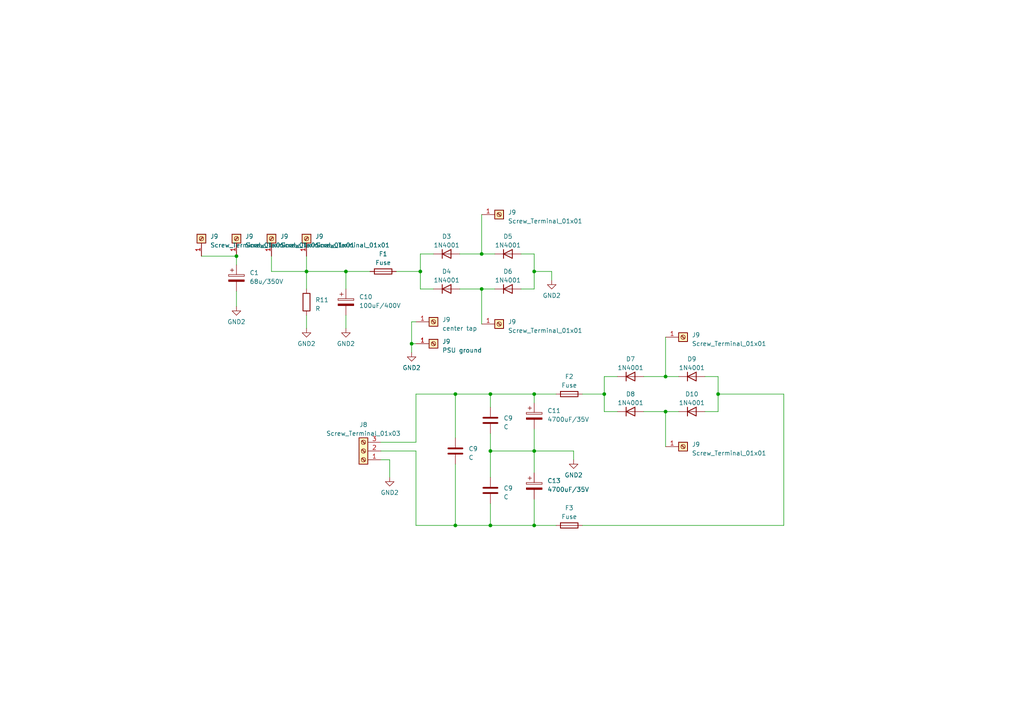
<source format=kicad_sch>
(kicad_sch (version 20230121) (generator eeschema)

  (uuid 3af10b3f-7e4b-4ab1-a6d2-7f7e02032564)

  (paper "A4")

  (lib_symbols
    (symbol "Connector:Screw_Terminal_01x01" (pin_names (offset 1.016) hide) (in_bom yes) (on_board yes)
      (property "Reference" "J" (at 0 2.54 0)
        (effects (font (size 1.27 1.27)))
      )
      (property "Value" "Screw_Terminal_01x01" (at 0 -2.54 0)
        (effects (font (size 1.27 1.27)))
      )
      (property "Footprint" "" (at 0 0 0)
        (effects (font (size 1.27 1.27)) hide)
      )
      (property "Datasheet" "~" (at 0 0 0)
        (effects (font (size 1.27 1.27)) hide)
      )
      (property "ki_keywords" "screw terminal" (at 0 0 0)
        (effects (font (size 1.27 1.27)) hide)
      )
      (property "ki_description" "Generic screw terminal, single row, 01x01, script generated (kicad-library-utils/schlib/autogen/connector/)" (at 0 0 0)
        (effects (font (size 1.27 1.27)) hide)
      )
      (property "ki_fp_filters" "TerminalBlock*:*" (at 0 0 0)
        (effects (font (size 1.27 1.27)) hide)
      )
      (symbol "Screw_Terminal_01x01_1_1"
        (rectangle (start -1.27 1.27) (end 1.27 -1.27)
          (stroke (width 0.254) (type default))
          (fill (type background))
        )
        (polyline
          (pts
            (xy -0.5334 0.3302)
            (xy 0.3302 -0.508)
          )
          (stroke (width 0.1524) (type default))
          (fill (type none))
        )
        (polyline
          (pts
            (xy -0.3556 0.508)
            (xy 0.508 -0.3302)
          )
          (stroke (width 0.1524) (type default))
          (fill (type none))
        )
        (circle (center 0 0) (radius 0.635)
          (stroke (width 0.1524) (type default))
          (fill (type none))
        )
        (pin passive line (at -5.08 0 0) (length 3.81)
          (name "Pin_1" (effects (font (size 1.27 1.27))))
          (number "1" (effects (font (size 1.27 1.27))))
        )
      )
    )
    (symbol "Connector:Screw_Terminal_01x03" (pin_names (offset 1.016) hide) (in_bom yes) (on_board yes)
      (property "Reference" "J" (at 0 5.08 0)
        (effects (font (size 1.27 1.27)))
      )
      (property "Value" "Screw_Terminal_01x03" (at 0 -5.08 0)
        (effects (font (size 1.27 1.27)))
      )
      (property "Footprint" "" (at 0 0 0)
        (effects (font (size 1.27 1.27)) hide)
      )
      (property "Datasheet" "~" (at 0 0 0)
        (effects (font (size 1.27 1.27)) hide)
      )
      (property "ki_keywords" "screw terminal" (at 0 0 0)
        (effects (font (size 1.27 1.27)) hide)
      )
      (property "ki_description" "Generic screw terminal, single row, 01x03, script generated (kicad-library-utils/schlib/autogen/connector/)" (at 0 0 0)
        (effects (font (size 1.27 1.27)) hide)
      )
      (property "ki_fp_filters" "TerminalBlock*:*" (at 0 0 0)
        (effects (font (size 1.27 1.27)) hide)
      )
      (symbol "Screw_Terminal_01x03_1_1"
        (rectangle (start -1.27 3.81) (end 1.27 -3.81)
          (stroke (width 0.254) (type default))
          (fill (type background))
        )
        (circle (center 0 -2.54) (radius 0.635)
          (stroke (width 0.1524) (type default))
          (fill (type none))
        )
        (polyline
          (pts
            (xy -0.5334 -2.2098)
            (xy 0.3302 -3.048)
          )
          (stroke (width 0.1524) (type default))
          (fill (type none))
        )
        (polyline
          (pts
            (xy -0.5334 0.3302)
            (xy 0.3302 -0.508)
          )
          (stroke (width 0.1524) (type default))
          (fill (type none))
        )
        (polyline
          (pts
            (xy -0.5334 2.8702)
            (xy 0.3302 2.032)
          )
          (stroke (width 0.1524) (type default))
          (fill (type none))
        )
        (polyline
          (pts
            (xy -0.3556 -2.032)
            (xy 0.508 -2.8702)
          )
          (stroke (width 0.1524) (type default))
          (fill (type none))
        )
        (polyline
          (pts
            (xy -0.3556 0.508)
            (xy 0.508 -0.3302)
          )
          (stroke (width 0.1524) (type default))
          (fill (type none))
        )
        (polyline
          (pts
            (xy -0.3556 3.048)
            (xy 0.508 2.2098)
          )
          (stroke (width 0.1524) (type default))
          (fill (type none))
        )
        (circle (center 0 0) (radius 0.635)
          (stroke (width 0.1524) (type default))
          (fill (type none))
        )
        (circle (center 0 2.54) (radius 0.635)
          (stroke (width 0.1524) (type default))
          (fill (type none))
        )
        (pin passive line (at -5.08 2.54 0) (length 3.81)
          (name "Pin_1" (effects (font (size 1.27 1.27))))
          (number "1" (effects (font (size 1.27 1.27))))
        )
        (pin passive line (at -5.08 0 0) (length 3.81)
          (name "Pin_2" (effects (font (size 1.27 1.27))))
          (number "2" (effects (font (size 1.27 1.27))))
        )
        (pin passive line (at -5.08 -2.54 0) (length 3.81)
          (name "Pin_3" (effects (font (size 1.27 1.27))))
          (number "3" (effects (font (size 1.27 1.27))))
        )
      )
    )
    (symbol "Device:C" (pin_numbers hide) (pin_names (offset 0.254)) (in_bom yes) (on_board yes)
      (property "Reference" "C" (at 0.635 2.54 0)
        (effects (font (size 1.27 1.27)) (justify left))
      )
      (property "Value" "C" (at 0.635 -2.54 0)
        (effects (font (size 1.27 1.27)) (justify left))
      )
      (property "Footprint" "" (at 0.9652 -3.81 0)
        (effects (font (size 1.27 1.27)) hide)
      )
      (property "Datasheet" "~" (at 0 0 0)
        (effects (font (size 1.27 1.27)) hide)
      )
      (property "ki_keywords" "cap capacitor" (at 0 0 0)
        (effects (font (size 1.27 1.27)) hide)
      )
      (property "ki_description" "Unpolarized capacitor" (at 0 0 0)
        (effects (font (size 1.27 1.27)) hide)
      )
      (property "ki_fp_filters" "C_*" (at 0 0 0)
        (effects (font (size 1.27 1.27)) hide)
      )
      (symbol "C_0_1"
        (polyline
          (pts
            (xy -2.032 -0.762)
            (xy 2.032 -0.762)
          )
          (stroke (width 0.508) (type default))
          (fill (type none))
        )
        (polyline
          (pts
            (xy -2.032 0.762)
            (xy 2.032 0.762)
          )
          (stroke (width 0.508) (type default))
          (fill (type none))
        )
      )
      (symbol "C_1_1"
        (pin passive line (at 0 3.81 270) (length 2.794)
          (name "~" (effects (font (size 1.27 1.27))))
          (number "1" (effects (font (size 1.27 1.27))))
        )
        (pin passive line (at 0 -3.81 90) (length 2.794)
          (name "~" (effects (font (size 1.27 1.27))))
          (number "2" (effects (font (size 1.27 1.27))))
        )
      )
    )
    (symbol "Device:C_Polarized" (pin_numbers hide) (pin_names (offset 0.254)) (in_bom yes) (on_board yes)
      (property "Reference" "C" (at 0.635 2.54 0)
        (effects (font (size 1.27 1.27)) (justify left))
      )
      (property "Value" "C_Polarized" (at 0.635 -2.54 0)
        (effects (font (size 1.27 1.27)) (justify left))
      )
      (property "Footprint" "" (at 0.9652 -3.81 0)
        (effects (font (size 1.27 1.27)) hide)
      )
      (property "Datasheet" "~" (at 0 0 0)
        (effects (font (size 1.27 1.27)) hide)
      )
      (property "ki_keywords" "cap capacitor" (at 0 0 0)
        (effects (font (size 1.27 1.27)) hide)
      )
      (property "ki_description" "Polarized capacitor" (at 0 0 0)
        (effects (font (size 1.27 1.27)) hide)
      )
      (property "ki_fp_filters" "CP_*" (at 0 0 0)
        (effects (font (size 1.27 1.27)) hide)
      )
      (symbol "C_Polarized_0_1"
        (rectangle (start -2.286 0.508) (end 2.286 1.016)
          (stroke (width 0) (type default))
          (fill (type none))
        )
        (polyline
          (pts
            (xy -1.778 2.286)
            (xy -0.762 2.286)
          )
          (stroke (width 0) (type default))
          (fill (type none))
        )
        (polyline
          (pts
            (xy -1.27 2.794)
            (xy -1.27 1.778)
          )
          (stroke (width 0) (type default))
          (fill (type none))
        )
        (rectangle (start 2.286 -0.508) (end -2.286 -1.016)
          (stroke (width 0) (type default))
          (fill (type outline))
        )
      )
      (symbol "C_Polarized_1_1"
        (pin passive line (at 0 3.81 270) (length 2.794)
          (name "~" (effects (font (size 1.27 1.27))))
          (number "1" (effects (font (size 1.27 1.27))))
        )
        (pin passive line (at 0 -3.81 90) (length 2.794)
          (name "~" (effects (font (size 1.27 1.27))))
          (number "2" (effects (font (size 1.27 1.27))))
        )
      )
    )
    (symbol "Device:Fuse" (pin_numbers hide) (pin_names (offset 0)) (in_bom yes) (on_board yes)
      (property "Reference" "F" (at 2.032 0 90)
        (effects (font (size 1.27 1.27)))
      )
      (property "Value" "Fuse" (at -1.905 0 90)
        (effects (font (size 1.27 1.27)))
      )
      (property "Footprint" "" (at -1.778 0 90)
        (effects (font (size 1.27 1.27)) hide)
      )
      (property "Datasheet" "~" (at 0 0 0)
        (effects (font (size 1.27 1.27)) hide)
      )
      (property "ki_keywords" "fuse" (at 0 0 0)
        (effects (font (size 1.27 1.27)) hide)
      )
      (property "ki_description" "Fuse" (at 0 0 0)
        (effects (font (size 1.27 1.27)) hide)
      )
      (property "ki_fp_filters" "*Fuse*" (at 0 0 0)
        (effects (font (size 1.27 1.27)) hide)
      )
      (symbol "Fuse_0_1"
        (rectangle (start -0.762 -2.54) (end 0.762 2.54)
          (stroke (width 0.254) (type default))
          (fill (type none))
        )
        (polyline
          (pts
            (xy 0 2.54)
            (xy 0 -2.54)
          )
          (stroke (width 0) (type default))
          (fill (type none))
        )
      )
      (symbol "Fuse_1_1"
        (pin passive line (at 0 3.81 270) (length 1.27)
          (name "~" (effects (font (size 1.27 1.27))))
          (number "1" (effects (font (size 1.27 1.27))))
        )
        (pin passive line (at 0 -3.81 90) (length 1.27)
          (name "~" (effects (font (size 1.27 1.27))))
          (number "2" (effects (font (size 1.27 1.27))))
        )
      )
    )
    (symbol "Device:R" (pin_numbers hide) (pin_names (offset 0)) (in_bom yes) (on_board yes)
      (property "Reference" "R" (at 2.032 0 90)
        (effects (font (size 1.27 1.27)))
      )
      (property "Value" "R" (at 0 0 90)
        (effects (font (size 1.27 1.27)))
      )
      (property "Footprint" "" (at -1.778 0 90)
        (effects (font (size 1.27 1.27)) hide)
      )
      (property "Datasheet" "~" (at 0 0 0)
        (effects (font (size 1.27 1.27)) hide)
      )
      (property "ki_keywords" "R res resistor" (at 0 0 0)
        (effects (font (size 1.27 1.27)) hide)
      )
      (property "ki_description" "Resistor" (at 0 0 0)
        (effects (font (size 1.27 1.27)) hide)
      )
      (property "ki_fp_filters" "R_*" (at 0 0 0)
        (effects (font (size 1.27 1.27)) hide)
      )
      (symbol "R_0_1"
        (rectangle (start -1.016 -2.54) (end 1.016 2.54)
          (stroke (width 0.254) (type default))
          (fill (type none))
        )
      )
      (symbol "R_1_1"
        (pin passive line (at 0 3.81 270) (length 1.27)
          (name "~" (effects (font (size 1.27 1.27))))
          (number "1" (effects (font (size 1.27 1.27))))
        )
        (pin passive line (at 0 -3.81 90) (length 1.27)
          (name "~" (effects (font (size 1.27 1.27))))
          (number "2" (effects (font (size 1.27 1.27))))
        )
      )
    )
    (symbol "Diode:1N4001" (pin_numbers hide) (pin_names hide) (in_bom yes) (on_board yes)
      (property "Reference" "D" (at 0 2.54 0)
        (effects (font (size 1.27 1.27)))
      )
      (property "Value" "1N4001" (at 0 -2.54 0)
        (effects (font (size 1.27 1.27)))
      )
      (property "Footprint" "Diode_THT:D_DO-41_SOD81_P10.16mm_Horizontal" (at 0 0 0)
        (effects (font (size 1.27 1.27)) hide)
      )
      (property "Datasheet" "http://www.vishay.com/docs/88503/1n4001.pdf" (at 0 0 0)
        (effects (font (size 1.27 1.27)) hide)
      )
      (property "Sim.Device" "D" (at 0 0 0)
        (effects (font (size 1.27 1.27)) hide)
      )
      (property "Sim.Pins" "1=K 2=A" (at 0 0 0)
        (effects (font (size 1.27 1.27)) hide)
      )
      (property "ki_keywords" "diode" (at 0 0 0)
        (effects (font (size 1.27 1.27)) hide)
      )
      (property "ki_description" "50V 1A General Purpose Rectifier Diode, DO-41" (at 0 0 0)
        (effects (font (size 1.27 1.27)) hide)
      )
      (property "ki_fp_filters" "D*DO?41*" (at 0 0 0)
        (effects (font (size 1.27 1.27)) hide)
      )
      (symbol "1N4001_0_1"
        (polyline
          (pts
            (xy -1.27 1.27)
            (xy -1.27 -1.27)
          )
          (stroke (width 0.254) (type default))
          (fill (type none))
        )
        (polyline
          (pts
            (xy 1.27 0)
            (xy -1.27 0)
          )
          (stroke (width 0) (type default))
          (fill (type none))
        )
        (polyline
          (pts
            (xy 1.27 1.27)
            (xy 1.27 -1.27)
            (xy -1.27 0)
            (xy 1.27 1.27)
          )
          (stroke (width 0.254) (type default))
          (fill (type none))
        )
      )
      (symbol "1N4001_1_1"
        (pin passive line (at -3.81 0 0) (length 2.54)
          (name "K" (effects (font (size 1.27 1.27))))
          (number "1" (effects (font (size 1.27 1.27))))
        )
        (pin passive line (at 3.81 0 180) (length 2.54)
          (name "A" (effects (font (size 1.27 1.27))))
          (number "2" (effects (font (size 1.27 1.27))))
        )
      )
    )
    (symbol "power:GND2" (power) (pin_names (offset 0)) (in_bom yes) (on_board yes)
      (property "Reference" "#PWR" (at 0 -6.35 0)
        (effects (font (size 1.27 1.27)) hide)
      )
      (property "Value" "GND2" (at 0 -3.81 0)
        (effects (font (size 1.27 1.27)))
      )
      (property "Footprint" "" (at 0 0 0)
        (effects (font (size 1.27 1.27)) hide)
      )
      (property "Datasheet" "" (at 0 0 0)
        (effects (font (size 1.27 1.27)) hide)
      )
      (property "ki_keywords" "global power" (at 0 0 0)
        (effects (font (size 1.27 1.27)) hide)
      )
      (property "ki_description" "Power symbol creates a global label with name \"GND2\" , ground" (at 0 0 0)
        (effects (font (size 1.27 1.27)) hide)
      )
      (symbol "GND2_0_1"
        (polyline
          (pts
            (xy 0 0)
            (xy 0 -1.27)
            (xy 1.27 -1.27)
            (xy 0 -2.54)
            (xy -1.27 -1.27)
            (xy 0 -1.27)
          )
          (stroke (width 0) (type default))
          (fill (type none))
        )
      )
      (symbol "GND2_1_1"
        (pin power_in line (at 0 0 270) (length 0) hide
          (name "GND2" (effects (font (size 1.27 1.27))))
          (number "1" (effects (font (size 1.27 1.27))))
        )
      )
    )
  )

  (junction (at 119.38 99.695) (diameter 0) (color 0 0 0 0)
    (uuid 18d6c476-7064-4ccd-a840-b6dbb07e1ff3)
  )
  (junction (at 142.24 152.4) (diameter 0) (color 0 0 0 0)
    (uuid 194d5a43-46e6-4297-ab58-9c5b0dedba64)
  )
  (junction (at 132.08 152.4) (diameter 0) (color 0 0 0 0)
    (uuid 1be28938-e71b-47e2-9699-a066d966c0ad)
  )
  (junction (at 193.04 109.22) (diameter 0) (color 0 0 0 0)
    (uuid 530cc72f-75ac-45a9-8493-678890df076f)
  )
  (junction (at 142.24 130.81) (diameter 0) (color 0 0 0 0)
    (uuid 6225528c-d735-4f63-bf0d-a8478f73aba6)
  )
  (junction (at 154.94 78.74) (diameter 0) (color 0 0 0 0)
    (uuid 66ef5f89-136b-40d9-abc8-acb69b122f8d)
  )
  (junction (at 132.08 114.3) (diameter 0) (color 0 0 0 0)
    (uuid 749cdee5-ede5-4ebe-ad68-98826a10d3bb)
  )
  (junction (at 175.26 114.3) (diameter 0) (color 0 0 0 0)
    (uuid 85050ad0-1e82-4bd6-8727-63cb314bb016)
  )
  (junction (at 88.9 78.74) (diameter 0) (color 0 0 0 0)
    (uuid 875cc46c-a90b-425f-b71e-2668f78a849e)
  )
  (junction (at 154.94 152.4) (diameter 0) (color 0 0 0 0)
    (uuid 8fa9fb17-e2d2-4eae-8dba-4b7185f36da6)
  )
  (junction (at 68.58 74.295) (diameter 0) (color 0 0 0 0)
    (uuid a4c93077-00db-464c-8f58-11d7b7e9b543)
  )
  (junction (at 154.94 130.81) (diameter 0) (color 0 0 0 0)
    (uuid aac00254-f806-4193-ba26-7da818db404c)
  )
  (junction (at 100.33 78.74) (diameter 0) (color 0 0 0 0)
    (uuid ac14ad8a-d0e2-4f88-b4ac-29efb165cabe)
  )
  (junction (at 121.92 78.74) (diameter 0) (color 0 0 0 0)
    (uuid b0a9c9dd-2839-48cf-b731-7675e25348d0)
  )
  (junction (at 139.7 73.66) (diameter 0) (color 0 0 0 0)
    (uuid bd4e8aae-e82a-4503-bbaa-c2e1957f823b)
  )
  (junction (at 193.04 119.38) (diameter 0) (color 0 0 0 0)
    (uuid c6216433-da9f-41f0-8805-45661ef536c0)
  )
  (junction (at 208.28 114.3) (diameter 0) (color 0 0 0 0)
    (uuid d086ddb2-e1e5-4961-9b78-34330c05770c)
  )
  (junction (at 139.7 83.82) (diameter 0) (color 0 0 0 0)
    (uuid d0d2560c-2719-48a5-959e-c729e681bcf0)
  )
  (junction (at 142.24 114.3) (diameter 0) (color 0 0 0 0)
    (uuid debd684d-439f-42eb-afd5-099a085d7216)
  )
  (junction (at 154.94 114.3) (diameter 0) (color 0 0 0 0)
    (uuid edde47d5-39cc-4137-8374-5efc3cad9610)
  )

  (wire (pts (xy 110.49 128.27) (xy 120.65 128.27))
    (stroke (width 0) (type default))
    (uuid 028ef98d-bcf1-4669-b74a-19429f9d75cb)
  )
  (wire (pts (xy 142.24 130.81) (xy 142.24 125.73))
    (stroke (width 0) (type default))
    (uuid 0744d681-b591-4e77-ace1-08ca2b9548b5)
  )
  (wire (pts (xy 133.35 73.66) (xy 139.7 73.66))
    (stroke (width 0) (type default))
    (uuid 0d17dd47-82ff-4102-a601-dbf3db09688d)
  )
  (wire (pts (xy 227.33 114.3) (xy 208.28 114.3))
    (stroke (width 0) (type default))
    (uuid 0d48f22a-ebf9-4770-9737-7fecf108f68a)
  )
  (wire (pts (xy 204.47 119.38) (xy 208.28 119.38))
    (stroke (width 0) (type default))
    (uuid 0dfb111f-29f3-46a6-a6ce-4cafdb46d915)
  )
  (wire (pts (xy 119.38 99.695) (xy 119.38 93.345))
    (stroke (width 0) (type default))
    (uuid 0e280c1d-0b00-4456-8789-438f0ce20f61)
  )
  (wire (pts (xy 154.94 114.3) (xy 154.94 116.84))
    (stroke (width 0) (type default))
    (uuid 1474c09a-c16d-483e-9f96-f7d8a9aad015)
  )
  (wire (pts (xy 88.9 74.295) (xy 88.9 78.74))
    (stroke (width 0) (type default))
    (uuid 162ecd52-c9f8-4564-98d1-959c77616f2b)
  )
  (wire (pts (xy 133.35 83.82) (xy 139.7 83.82))
    (stroke (width 0) (type default))
    (uuid 19375414-12bd-43d8-95a9-c7b3a8ec78bb)
  )
  (wire (pts (xy 68.58 74.295) (xy 68.58 76.835))
    (stroke (width 0) (type default))
    (uuid 1a9d1a99-717e-441d-96da-b24902e2270b)
  )
  (wire (pts (xy 186.69 119.38) (xy 193.04 119.38))
    (stroke (width 0) (type default))
    (uuid 1c9cacf4-5df7-4825-8b46-6107efdcd900)
  )
  (wire (pts (xy 193.04 97.79) (xy 193.04 109.22))
    (stroke (width 0) (type default))
    (uuid 21629078-4a84-4292-8ade-493fe20df44d)
  )
  (wire (pts (xy 88.9 91.44) (xy 88.9 95.25))
    (stroke (width 0) (type default))
    (uuid 2504238d-e029-47d0-ab14-e6c07b3a045e)
  )
  (wire (pts (xy 179.07 109.22) (xy 175.26 109.22))
    (stroke (width 0) (type default))
    (uuid 28807bd6-d209-4c1f-a0ce-6c8a290b9490)
  )
  (wire (pts (xy 168.91 152.4) (xy 227.33 152.4))
    (stroke (width 0) (type default))
    (uuid 31c3a617-3ddb-46c6-a847-29c40f0dc579)
  )
  (wire (pts (xy 78.74 78.74) (xy 88.9 78.74))
    (stroke (width 0) (type default))
    (uuid 34a1c083-6000-4498-a78f-8788f4584450)
  )
  (wire (pts (xy 119.38 93.345) (xy 120.65 93.345))
    (stroke (width 0) (type default))
    (uuid 3760c03d-a19d-4079-a184-871e71e39101)
  )
  (wire (pts (xy 154.94 130.81) (xy 154.94 137.16))
    (stroke (width 0) (type default))
    (uuid 397cfd48-4790-4622-b82c-aadd240e779d)
  )
  (wire (pts (xy 119.38 99.695) (xy 119.38 102.235))
    (stroke (width 0) (type default))
    (uuid 39a3ec33-0460-45fc-be27-5ff71ab98936)
  )
  (wire (pts (xy 154.94 152.4) (xy 161.29 152.4))
    (stroke (width 0) (type default))
    (uuid 3b924be7-1378-4970-8a8e-2c96e15a0074)
  )
  (wire (pts (xy 132.08 114.3) (xy 142.24 114.3))
    (stroke (width 0) (type default))
    (uuid 3fd2b519-38eb-4b9b-9c70-bb9f1c1dc705)
  )
  (wire (pts (xy 120.65 99.695) (xy 119.38 99.695))
    (stroke (width 0) (type default))
    (uuid 41a601de-5cde-4047-b775-4bda77604246)
  )
  (wire (pts (xy 132.08 152.4) (xy 142.24 152.4))
    (stroke (width 0) (type default))
    (uuid 451c371b-37e1-408b-bce0-a4229ef2768d)
  )
  (wire (pts (xy 154.94 114.3) (xy 161.29 114.3))
    (stroke (width 0) (type default))
    (uuid 4d2ef3f9-1b00-4c0b-a2ec-724dcd82e479)
  )
  (wire (pts (xy 154.94 130.81) (xy 142.24 130.81))
    (stroke (width 0) (type default))
    (uuid 5465c361-8ead-4604-a36c-fff58af1ac70)
  )
  (wire (pts (xy 208.28 114.3) (xy 208.28 119.38))
    (stroke (width 0) (type default))
    (uuid 5591ab09-9bd7-4ea1-a5ce-d2f0ff5ed0c0)
  )
  (wire (pts (xy 142.24 152.4) (xy 154.94 152.4))
    (stroke (width 0) (type default))
    (uuid 583bd2ff-8afd-4566-96f4-a873c89dd7d5)
  )
  (wire (pts (xy 78.74 74.295) (xy 78.74 78.74))
    (stroke (width 0) (type default))
    (uuid 5842ca58-ad41-4d4a-a15a-99519a7972d2)
  )
  (wire (pts (xy 193.04 119.38) (xy 196.85 119.38))
    (stroke (width 0) (type default))
    (uuid 5d7493a4-e431-4933-be41-d4a6a65aa827)
  )
  (wire (pts (xy 120.65 152.4) (xy 132.08 152.4))
    (stroke (width 0) (type default))
    (uuid 5dab0dc3-ec27-49ce-a1a3-3175be2a5fba)
  )
  (wire (pts (xy 114.935 78.74) (xy 121.92 78.74))
    (stroke (width 0) (type default))
    (uuid 5dbee76f-2b4d-460c-8e3a-563822c7ceea)
  )
  (wire (pts (xy 121.92 78.74) (xy 121.92 83.82))
    (stroke (width 0) (type default))
    (uuid 5f60fb77-65c8-4f01-9417-fe0414fce01e)
  )
  (wire (pts (xy 204.47 109.22) (xy 208.28 109.22))
    (stroke (width 0) (type default))
    (uuid 6095313d-e9e6-4021-a612-3f59436fb843)
  )
  (wire (pts (xy 154.94 130.81) (xy 166.37 130.81))
    (stroke (width 0) (type default))
    (uuid 634f7905-1577-4e9e-b140-bbe974c8de62)
  )
  (wire (pts (xy 58.42 74.295) (xy 68.58 74.295))
    (stroke (width 0) (type default))
    (uuid 668a60ed-048a-4b43-a9a6-3dd415f81757)
  )
  (wire (pts (xy 154.94 124.46) (xy 154.94 130.81))
    (stroke (width 0) (type default))
    (uuid 679f25cb-1243-4fa7-9ff6-f06d7c2d1c69)
  )
  (wire (pts (xy 193.04 119.38) (xy 193.04 129.54))
    (stroke (width 0) (type default))
    (uuid 684d75dd-ee81-4d62-941a-50c581b2f0a9)
  )
  (wire (pts (xy 120.65 114.3) (xy 132.08 114.3))
    (stroke (width 0) (type default))
    (uuid 6f03b392-bec1-4176-a998-e54682eb9404)
  )
  (wire (pts (xy 139.7 83.82) (xy 139.7 93.98))
    (stroke (width 0) (type default))
    (uuid 73a0eac7-9dd5-4466-942c-dcbe4af4a1de)
  )
  (wire (pts (xy 100.33 78.74) (xy 107.315 78.74))
    (stroke (width 0) (type default))
    (uuid 756c50e8-44f0-4b3c-aa86-102fb7b5acc9)
  )
  (wire (pts (xy 139.7 83.82) (xy 143.51 83.82))
    (stroke (width 0) (type default))
    (uuid 75876932-d57f-4fee-9095-8f4a5a5073ad)
  )
  (wire (pts (xy 110.49 130.81) (xy 120.65 130.81))
    (stroke (width 0) (type default))
    (uuid 84532877-47e5-4e32-a263-bbb4536e32cb)
  )
  (wire (pts (xy 125.73 73.66) (xy 121.92 73.66))
    (stroke (width 0) (type default))
    (uuid 85fb4053-9f50-4066-b3f5-8358a1aaed09)
  )
  (wire (pts (xy 227.33 114.3) (xy 227.33 152.4))
    (stroke (width 0) (type default))
    (uuid 8c8dabde-62a1-4c32-aed5-0615dd8c6aa7)
  )
  (wire (pts (xy 166.37 133.35) (xy 166.37 130.81))
    (stroke (width 0) (type default))
    (uuid 8d50ded1-28c6-43a7-9845-8799e1e5f040)
  )
  (wire (pts (xy 154.94 78.74) (xy 154.94 73.66))
    (stroke (width 0) (type default))
    (uuid 8d8534b8-1548-4c08-b010-f528313d4491)
  )
  (wire (pts (xy 151.13 83.82) (xy 154.94 83.82))
    (stroke (width 0) (type default))
    (uuid 908b49f2-88d3-4717-b3a8-9581cf4d214e)
  )
  (wire (pts (xy 68.58 84.455) (xy 68.58 88.9))
    (stroke (width 0) (type default))
    (uuid 92554a35-bc27-4048-9462-d7ed03e75d78)
  )
  (wire (pts (xy 142.24 118.11) (xy 142.24 114.3))
    (stroke (width 0) (type default))
    (uuid 92d858b1-16ea-4477-960b-5561584e8861)
  )
  (wire (pts (xy 100.33 83.82) (xy 100.33 78.74))
    (stroke (width 0) (type default))
    (uuid 99bd5bce-8f50-415c-bd01-2af9bfaf5f87)
  )
  (wire (pts (xy 151.13 73.66) (xy 154.94 73.66))
    (stroke (width 0) (type default))
    (uuid 9b75134b-7715-4e53-a133-2b6db524f20f)
  )
  (wire (pts (xy 110.49 133.35) (xy 113.03 133.35))
    (stroke (width 0) (type default))
    (uuid 9c6e171a-d8be-43bb-9809-3b1272ff3208)
  )
  (wire (pts (xy 139.7 73.66) (xy 143.51 73.66))
    (stroke (width 0) (type default))
    (uuid 9d4ab609-1f1c-41f4-889f-1724599209c9)
  )
  (wire (pts (xy 100.33 91.44) (xy 100.33 95.25))
    (stroke (width 0) (type default))
    (uuid a2cfd5a8-7e88-4d73-8d1b-bc9b189e0350)
  )
  (wire (pts (xy 120.65 130.81) (xy 120.65 152.4))
    (stroke (width 0) (type default))
    (uuid a4fe7a4a-601d-4845-aec4-2f334495d34b)
  )
  (wire (pts (xy 132.08 152.4) (xy 132.08 134.62))
    (stroke (width 0) (type default))
    (uuid a734e9c8-ea80-4923-95a0-3fc4329e55e9)
  )
  (wire (pts (xy 132.08 127) (xy 132.08 114.3))
    (stroke (width 0) (type default))
    (uuid a86a4350-96b7-4f12-9c7f-abe5823823ad)
  )
  (wire (pts (xy 113.03 133.35) (xy 113.03 138.43))
    (stroke (width 0) (type default))
    (uuid aa4e69bf-585f-4b30-b4b9-45d73d8f0ea0)
  )
  (wire (pts (xy 193.04 109.22) (xy 196.85 109.22))
    (stroke (width 0) (type default))
    (uuid b7f8b913-6e8a-4be3-9328-3c7fdba18675)
  )
  (wire (pts (xy 186.69 109.22) (xy 193.04 109.22))
    (stroke (width 0) (type default))
    (uuid bd0e7a24-cdd7-4d74-8d4e-61f6a57895a8)
  )
  (wire (pts (xy 142.24 152.4) (xy 142.24 146.05))
    (stroke (width 0) (type default))
    (uuid c9ff713b-f8ae-402b-8773-9d49b9d1faf0)
  )
  (wire (pts (xy 175.26 119.38) (xy 179.07 119.38))
    (stroke (width 0) (type default))
    (uuid cd61e443-8776-4373-b820-048605e28f13)
  )
  (wire (pts (xy 154.94 144.78) (xy 154.94 152.4))
    (stroke (width 0) (type default))
    (uuid ce5b6a23-9b16-4297-95a0-63d97f14cf9d)
  )
  (wire (pts (xy 175.26 109.22) (xy 175.26 114.3))
    (stroke (width 0) (type default))
    (uuid cf24a173-12cc-4c90-aff2-b1b39b3e3b75)
  )
  (wire (pts (xy 88.9 83.82) (xy 88.9 78.74))
    (stroke (width 0) (type default))
    (uuid d0c2977d-469d-46b4-80ee-cd8e5f5e1848)
  )
  (wire (pts (xy 120.65 128.27) (xy 120.65 114.3))
    (stroke (width 0) (type default))
    (uuid d0ce549f-9e38-4b1c-b34a-b15f98494eb4)
  )
  (wire (pts (xy 142.24 130.81) (xy 142.24 138.43))
    (stroke (width 0) (type default))
    (uuid d7a5fbc2-f14f-4ee0-b4c6-1abd38e6b8fe)
  )
  (wire (pts (xy 160.02 78.74) (xy 160.02 81.28))
    (stroke (width 0) (type default))
    (uuid daab26fd-dacb-4da1-8d90-9b64fdc49375)
  )
  (wire (pts (xy 121.92 73.66) (xy 121.92 78.74))
    (stroke (width 0) (type default))
    (uuid dd2b8269-aa58-4284-8a1d-1a6568b1b7b2)
  )
  (wire (pts (xy 88.9 78.74) (xy 100.33 78.74))
    (stroke (width 0) (type default))
    (uuid e32d5d3e-c97c-4120-b677-c93378eb69dc)
  )
  (wire (pts (xy 142.24 114.3) (xy 154.94 114.3))
    (stroke (width 0) (type default))
    (uuid e4a41852-85fa-4391-ac99-54b9cf5c1f49)
  )
  (wire (pts (xy 168.91 114.3) (xy 175.26 114.3))
    (stroke (width 0) (type default))
    (uuid e6467f74-5607-4218-9943-45ff946b061d)
  )
  (wire (pts (xy 208.28 109.22) (xy 208.28 114.3))
    (stroke (width 0) (type default))
    (uuid e88cb7dd-a6ea-4856-80a2-834f76dcc150)
  )
  (wire (pts (xy 121.92 83.82) (xy 125.73 83.82))
    (stroke (width 0) (type default))
    (uuid f42ddb72-078b-4874-b714-1e87ebe4180e)
  )
  (wire (pts (xy 139.7 62.23) (xy 139.7 73.66))
    (stroke (width 0) (type default))
    (uuid f46e035c-7c5b-4b6a-bf23-1e5b948e91a0)
  )
  (wire (pts (xy 175.26 114.3) (xy 175.26 119.38))
    (stroke (width 0) (type default))
    (uuid f94d5613-f2cc-4e6e-9c7a-1d77cc16fedb)
  )
  (wire (pts (xy 154.94 83.82) (xy 154.94 78.74))
    (stroke (width 0) (type default))
    (uuid f9ffb0f3-c6d7-48a4-87f3-4ca20b5fb491)
  )
  (wire (pts (xy 154.94 78.74) (xy 160.02 78.74))
    (stroke (width 0) (type default))
    (uuid fff1569f-579f-42b5-89b8-8ab9972b14e6)
  )

  (symbol (lib_id "Device:C_Polarized") (at 154.94 120.65 0) (unit 1)
    (in_bom yes) (on_board yes) (dnp no) (fields_autoplaced)
    (uuid 10e4041b-5b63-45e8-93e9-037bcf5af2f5)
    (property "Reference" "C11" (at 158.75 119.126 0)
      (effects (font (size 1.27 1.27)) (justify left))
    )
    (property "Value" "4700uF/35V" (at 158.75 121.666 0)
      (effects (font (size 1.27 1.27)) (justify left))
    )
    (property "Footprint" "Capacitor_THT:CP_Radial_D18.0mm_P7.50mm" (at 155.9052 124.46 0)
      (effects (font (size 1.27 1.27)) hide)
    )
    (property "Datasheet" "~" (at 154.94 120.65 0)
      (effects (font (size 1.27 1.27)) hide)
    )
    (pin "1" (uuid aa7d25ef-09d2-4139-936b-0049ccfc3cf9))
    (pin "2" (uuid 7d1ff9e9-6a92-4c5a-b787-e3df17d2d638))
    (instances
      (project "6N6P_hybrid"
        (path "/ef50db11-0c56-48df-b02f-5ef4676a3739/667d0d59-eb81-4c75-8237-64dee9570f5f"
          (reference "C11") (unit 1)
        )
      )
    )
  )

  (symbol (lib_id "Device:Fuse") (at 165.1 114.3 90) (unit 1)
    (in_bom yes) (on_board yes) (dnp no) (fields_autoplaced)
    (uuid 133861b0-4647-4dbb-b71e-9c2c75f0a062)
    (property "Reference" "F2" (at 165.1 109.22 90)
      (effects (font (size 1.27 1.27)))
    )
    (property "Value" "Fuse" (at 165.1 111.76 90)
      (effects (font (size 1.27 1.27)))
    )
    (property "Footprint" "Fuse:Fuseholder_Clip-5x20mm_Keystone_3517_Inline_P23.11x6.76mm_D1.70mm_Horizontal" (at 165.1 116.078 90)
      (effects (font (size 1.27 1.27)) hide)
    )
    (property "Datasheet" "~" (at 165.1 114.3 0)
      (effects (font (size 1.27 1.27)) hide)
    )
    (pin "1" (uuid ab1b9c64-55f1-44f0-9540-d4f680ba7ae5))
    (pin "2" (uuid c1a32fc0-60aa-428f-8979-e50620816ac9))
    (instances
      (project "6N6P_hybrid"
        (path "/ef50db11-0c56-48df-b02f-5ef4676a3739/667d0d59-eb81-4c75-8237-64dee9570f5f"
          (reference "F2") (unit 1)
        )
      )
    )
  )

  (symbol (lib_id "Diode:1N4001") (at 200.66 119.38 0) (unit 1)
    (in_bom yes) (on_board yes) (dnp no) (fields_autoplaced)
    (uuid 1a92be16-3751-4623-beff-be6608c400f0)
    (property "Reference" "D10" (at 200.66 114.3 0)
      (effects (font (size 1.27 1.27)))
    )
    (property "Value" "1N4001" (at 200.66 116.84 0)
      (effects (font (size 1.27 1.27)))
    )
    (property "Footprint" "Diode_THT:D_DO-41_SOD81_P10.16mm_Horizontal" (at 200.66 119.38 0)
      (effects (font (size 1.27 1.27)) hide)
    )
    (property "Datasheet" "http://www.vishay.com/docs/88503/1n4001.pdf" (at 200.66 119.38 0)
      (effects (font (size 1.27 1.27)) hide)
    )
    (property "Sim.Device" "D" (at 200.66 119.38 0)
      (effects (font (size 1.27 1.27)) hide)
    )
    (property "Sim.Pins" "1=K 2=A" (at 200.66 119.38 0)
      (effects (font (size 1.27 1.27)) hide)
    )
    (pin "1" (uuid 057c7dac-049c-48c4-b1b4-791ef86a649c))
    (pin "2" (uuid 632ab9f3-a08f-41c5-9eb2-3c0735418108))
    (instances
      (project "6N6P_hybrid"
        (path "/ef50db11-0c56-48df-b02f-5ef4676a3739/667d0d59-eb81-4c75-8237-64dee9570f5f"
          (reference "D10") (unit 1)
        )
      )
    )
  )

  (symbol (lib_id "Connector:Screw_Terminal_01x03") (at 105.41 130.81 180) (unit 1)
    (in_bom yes) (on_board yes) (dnp no)
    (uuid 1ad5e430-6879-47b0-85bc-1875f25ad71d)
    (property "Reference" "J8" (at 105.41 123.19 0)
      (effects (font (size 1.27 1.27)))
    )
    (property "Value" "Screw_Terminal_01x03" (at 105.41 125.73 0)
      (effects (font (size 1.27 1.27)))
    )
    (property "Footprint" "Connector_Phoenix_MSTB:PhoenixContact_MSTBA_2,5_3-G-5,08_1x03_P5.08mm_Horizontal" (at 105.41 130.81 0)
      (effects (font (size 1.27 1.27)) hide)
    )
    (property "Datasheet" "~" (at 105.41 130.81 0)
      (effects (font (size 1.27 1.27)) hide)
    )
    (pin "1" (uuid c291eb00-df13-4555-855f-065a913e422b))
    (pin "2" (uuid 09a65a7d-9361-4ce7-bd53-56a4b7525ec7))
    (pin "3" (uuid 0b407ca9-c574-4b1d-8db3-37dc4e6bdd6d))
    (instances
      (project "6N6P_hybrid"
        (path "/ef50db11-0c56-48df-b02f-5ef4676a3739"
          (reference "J8") (unit 1)
        )
        (path "/ef50db11-0c56-48df-b02f-5ef4676a3739/667d0d59-eb81-4c75-8237-64dee9570f5f"
          (reference "J10") (unit 1)
        )
      )
    )
  )

  (symbol (lib_id "Connector:Screw_Terminal_01x01") (at 78.74 69.215 90) (unit 1)
    (in_bom yes) (on_board yes) (dnp no) (fields_autoplaced)
    (uuid 1c56005e-75f0-4adc-a2d5-14aff19a8977)
    (property "Reference" "J9" (at 81.28 68.58 90)
      (effects (font (size 1.27 1.27)) (justify right))
    )
    (property "Value" "Screw_Terminal_01x01" (at 81.28 71.12 90)
      (effects (font (size 1.27 1.27)) (justify right))
    )
    (property "Footprint" "Connector_Pin:Pin_D1.1mm_L8.5mm_W2.5mm_FlatFork" (at 78.74 69.215 0)
      (effects (font (size 1.27 1.27)) hide)
    )
    (property "Datasheet" "~" (at 78.74 69.215 0)
      (effects (font (size 1.27 1.27)) hide)
    )
    (pin "1" (uuid ce371706-58bb-47c5-94e7-1dc7fbf7b214))
    (instances
      (project "6N6P_hybrid"
        (path "/ef50db11-0c56-48df-b02f-5ef4676a3739"
          (reference "J9") (unit 1)
        )
        (path "/ef50db11-0c56-48df-b02f-5ef4676a3739/667d0d59-eb81-4c75-8237-64dee9570f5f"
          (reference "J20") (unit 1)
        )
      )
    )
  )

  (symbol (lib_id "Diode:1N4001") (at 182.88 119.38 0) (unit 1)
    (in_bom yes) (on_board yes) (dnp no) (fields_autoplaced)
    (uuid 1dea13fb-e5ab-492e-8468-641d49306d92)
    (property "Reference" "D8" (at 182.88 114.3 0)
      (effects (font (size 1.27 1.27)))
    )
    (property "Value" "1N4001" (at 182.88 116.84 0)
      (effects (font (size 1.27 1.27)))
    )
    (property "Footprint" "Diode_THT:D_DO-41_SOD81_P10.16mm_Horizontal" (at 182.88 119.38 0)
      (effects (font (size 1.27 1.27)) hide)
    )
    (property "Datasheet" "http://www.vishay.com/docs/88503/1n4001.pdf" (at 182.88 119.38 0)
      (effects (font (size 1.27 1.27)) hide)
    )
    (property "Sim.Device" "D" (at 182.88 119.38 0)
      (effects (font (size 1.27 1.27)) hide)
    )
    (property "Sim.Pins" "1=K 2=A" (at 182.88 119.38 0)
      (effects (font (size 1.27 1.27)) hide)
    )
    (pin "1" (uuid 7c19e0a9-5538-4ae0-9a91-9afe550f734b))
    (pin "2" (uuid 358a9eac-b615-4df6-8afa-8ca677fe6b88))
    (instances
      (project "6N6P_hybrid"
        (path "/ef50db11-0c56-48df-b02f-5ef4676a3739/667d0d59-eb81-4c75-8237-64dee9570f5f"
          (reference "D8") (unit 1)
        )
      )
    )
  )

  (symbol (lib_id "power:GND2") (at 166.37 133.35 0) (unit 1)
    (in_bom yes) (on_board yes) (dnp no) (fields_autoplaced)
    (uuid 3c7bff84-dcae-4d27-b645-2b5d0a84ce2a)
    (property "Reference" "#PWR013" (at 166.37 139.7 0)
      (effects (font (size 1.27 1.27)) hide)
    )
    (property "Value" "GND2" (at 166.37 137.795 0)
      (effects (font (size 1.27 1.27)))
    )
    (property "Footprint" "" (at 166.37 133.35 0)
      (effects (font (size 1.27 1.27)) hide)
    )
    (property "Datasheet" "" (at 166.37 133.35 0)
      (effects (font (size 1.27 1.27)) hide)
    )
    (pin "1" (uuid b11e3393-81ad-4c88-88da-ab77f7558ca4))
    (instances
      (project "6N6P_hybrid"
        (path "/ef50db11-0c56-48df-b02f-5ef4676a3739/667d0d59-eb81-4c75-8237-64dee9570f5f"
          (reference "#PWR013") (unit 1)
        )
      )
    )
  )

  (symbol (lib_id "Device:R") (at 88.9 87.63 180) (unit 1)
    (in_bom yes) (on_board yes) (dnp no) (fields_autoplaced)
    (uuid 42d18340-13c6-48bd-b1fc-348a8eac82ec)
    (property "Reference" "R11" (at 91.44 86.995 0)
      (effects (font (size 1.27 1.27)) (justify right))
    )
    (property "Value" "R" (at 91.44 89.535 0)
      (effects (font (size 1.27 1.27)) (justify right))
    )
    (property "Footprint" "Resistor_THT:R_Axial_DIN0614_L14.3mm_D5.7mm_P20.32mm_Horizontal" (at 90.678 87.63 90)
      (effects (font (size 1.27 1.27)) hide)
    )
    (property "Datasheet" "~" (at 88.9 87.63 0)
      (effects (font (size 1.27 1.27)) hide)
    )
    (pin "1" (uuid 6d8edf5b-ef30-4cca-a0f6-7afe50641bf5))
    (pin "2" (uuid 141a47da-0f27-48ef-aae5-2bcae8ebd078))
    (instances
      (project "6N6P_hybrid"
        (path "/ef50db11-0c56-48df-b02f-5ef4676a3739"
          (reference "R11") (unit 1)
        )
        (path "/ef50db11-0c56-48df-b02f-5ef4676a3739/667d0d59-eb81-4c75-8237-64dee9570f5f"
          (reference "R18") (unit 1)
        )
      )
    )
  )

  (symbol (lib_id "Diode:1N4001") (at 147.32 73.66 0) (unit 1)
    (in_bom yes) (on_board yes) (dnp no) (fields_autoplaced)
    (uuid 4875a928-0eec-42b4-af17-016af43d6c37)
    (property "Reference" "D5" (at 147.32 68.58 0)
      (effects (font (size 1.27 1.27)))
    )
    (property "Value" "1N4001" (at 147.32 71.12 0)
      (effects (font (size 1.27 1.27)))
    )
    (property "Footprint" "Diode_THT:D_DO-41_SOD81_P10.16mm_Horizontal" (at 147.32 73.66 0)
      (effects (font (size 1.27 1.27)) hide)
    )
    (property "Datasheet" "http://www.vishay.com/docs/88503/1n4001.pdf" (at 147.32 73.66 0)
      (effects (font (size 1.27 1.27)) hide)
    )
    (property "Sim.Device" "D" (at 147.32 73.66 0)
      (effects (font (size 1.27 1.27)) hide)
    )
    (property "Sim.Pins" "1=K 2=A" (at 147.32 73.66 0)
      (effects (font (size 1.27 1.27)) hide)
    )
    (pin "1" (uuid f2bb796a-e551-4cde-8126-8d9faa3377be))
    (pin "2" (uuid a68716dd-e2a4-4333-9827-90259bc837e9))
    (instances
      (project "6N6P_hybrid"
        (path "/ef50db11-0c56-48df-b02f-5ef4676a3739/667d0d59-eb81-4c75-8237-64dee9570f5f"
          (reference "D5") (unit 1)
        )
      )
    )
  )

  (symbol (lib_id "Device:C") (at 132.08 130.81 180) (unit 1)
    (in_bom yes) (on_board yes) (dnp no) (fields_autoplaced)
    (uuid 4eff9d58-5eae-45f9-92dd-8bdcef1b8220)
    (property "Reference" "C9" (at 135.89 130.175 0)
      (effects (font (size 1.27 1.27)) (justify right))
    )
    (property "Value" "C" (at 135.89 132.715 0)
      (effects (font (size 1.27 1.27)) (justify right))
    )
    (property "Footprint" "Capacitor_THT:C_Disc_D8.0mm_W5.0mm_P10.00mm" (at 131.1148 127 0)
      (effects (font (size 1.27 1.27)) hide)
    )
    (property "Datasheet" "~" (at 132.08 130.81 0)
      (effects (font (size 1.27 1.27)) hide)
    )
    (pin "1" (uuid 49e9c3f7-cec3-4829-9bd3-c168bb47fdf5))
    (pin "2" (uuid d7b6670d-91c4-4c01-8126-195a3c056b08))
    (instances
      (project "6N6P_hybrid"
        (path "/ef50db11-0c56-48df-b02f-5ef4676a3739"
          (reference "C9") (unit 1)
        )
        (path "/ef50db11-0c56-48df-b02f-5ef4676a3739/667d0d59-eb81-4c75-8237-64dee9570f5f"
          (reference "C16") (unit 1)
        )
      )
    )
  )

  (symbol (lib_id "power:GND2") (at 100.33 95.25 0) (unit 1)
    (in_bom yes) (on_board yes) (dnp no) (fields_autoplaced)
    (uuid 524b1eca-cffa-4b41-aba2-9ad6d3a3e63f)
    (property "Reference" "#PWR09" (at 100.33 101.6 0)
      (effects (font (size 1.27 1.27)) hide)
    )
    (property "Value" "GND2" (at 100.33 99.695 0)
      (effects (font (size 1.27 1.27)))
    )
    (property "Footprint" "" (at 100.33 95.25 0)
      (effects (font (size 1.27 1.27)) hide)
    )
    (property "Datasheet" "" (at 100.33 95.25 0)
      (effects (font (size 1.27 1.27)) hide)
    )
    (pin "1" (uuid 67c5e91d-6a3d-426b-ad71-36c06a4bce26))
    (instances
      (project "6N6P_hybrid"
        (path "/ef50db11-0c56-48df-b02f-5ef4676a3739/667d0d59-eb81-4c75-8237-64dee9570f5f"
          (reference "#PWR09") (unit 1)
        )
      )
    )
  )

  (symbol (lib_id "power:GND2") (at 88.9 95.25 0) (unit 1)
    (in_bom yes) (on_board yes) (dnp no) (fields_autoplaced)
    (uuid 53c6d1f2-625d-4c2a-853c-aad3fab77e81)
    (property "Reference" "#PWR016" (at 88.9 101.6 0)
      (effects (font (size 1.27 1.27)) hide)
    )
    (property "Value" "GND2" (at 88.9 99.695 0)
      (effects (font (size 1.27 1.27)))
    )
    (property "Footprint" "" (at 88.9 95.25 0)
      (effects (font (size 1.27 1.27)) hide)
    )
    (property "Datasheet" "" (at 88.9 95.25 0)
      (effects (font (size 1.27 1.27)) hide)
    )
    (pin "1" (uuid d917dc70-4d2d-418d-9c77-cb39086e65fd))
    (instances
      (project "6N6P_hybrid"
        (path "/ef50db11-0c56-48df-b02f-5ef4676a3739/667d0d59-eb81-4c75-8237-64dee9570f5f"
          (reference "#PWR016") (unit 1)
        )
      )
    )
  )

  (symbol (lib_id "Device:C") (at 142.24 142.24 180) (unit 1)
    (in_bom yes) (on_board yes) (dnp no) (fields_autoplaced)
    (uuid 57de1064-9f9c-4f0e-87ee-b4e82fa2383f)
    (property "Reference" "C9" (at 146.05 141.605 0)
      (effects (font (size 1.27 1.27)) (justify right))
    )
    (property "Value" "C" (at 146.05 144.145 0)
      (effects (font (size 1.27 1.27)) (justify right))
    )
    (property "Footprint" "Capacitor_THT:C_Disc_D8.0mm_W5.0mm_P10.00mm" (at 141.2748 138.43 0)
      (effects (font (size 1.27 1.27)) hide)
    )
    (property "Datasheet" "~" (at 142.24 142.24 0)
      (effects (font (size 1.27 1.27)) hide)
    )
    (pin "1" (uuid 0d1fb730-ad5c-4a76-ad77-2e28177755b3))
    (pin "2" (uuid 4c914383-1c24-4bd8-aa95-3bed86ca4811))
    (instances
      (project "6N6P_hybrid"
        (path "/ef50db11-0c56-48df-b02f-5ef4676a3739"
          (reference "C9") (unit 1)
        )
        (path "/ef50db11-0c56-48df-b02f-5ef4676a3739/667d0d59-eb81-4c75-8237-64dee9570f5f"
          (reference "C15") (unit 1)
        )
      )
    )
  )

  (symbol (lib_id "Connector:Screw_Terminal_01x01") (at 144.78 62.23 0) (unit 1)
    (in_bom yes) (on_board yes) (dnp no) (fields_autoplaced)
    (uuid 5b2f5c8a-cbbe-474b-ae32-61a30d5f3a19)
    (property "Reference" "J9" (at 147.32 61.595 0)
      (effects (font (size 1.27 1.27)) (justify left))
    )
    (property "Value" "Screw_Terminal_01x01" (at 147.32 64.135 0)
      (effects (font (size 1.27 1.27)) (justify left))
    )
    (property "Footprint" "Connector_Pin:Pin_D1.1mm_L8.5mm_W2.5mm_FlatFork" (at 144.78 62.23 0)
      (effects (font (size 1.27 1.27)) hide)
    )
    (property "Datasheet" "~" (at 144.78 62.23 0)
      (effects (font (size 1.27 1.27)) hide)
    )
    (pin "1" (uuid d531218c-a797-4575-99b1-1148c7c7efe8))
    (instances
      (project "6N6P_hybrid"
        (path "/ef50db11-0c56-48df-b02f-5ef4676a3739"
          (reference "J9") (unit 1)
        )
        (path "/ef50db11-0c56-48df-b02f-5ef4676a3739/667d0d59-eb81-4c75-8237-64dee9570f5f"
          (reference "J11") (unit 1)
        )
      )
    )
  )

  (symbol (lib_id "power:GND2") (at 68.58 88.9 0) (unit 1)
    (in_bom yes) (on_board yes) (dnp no) (fields_autoplaced)
    (uuid 5ca50a1c-40d5-4c59-a0dd-6179c611fb43)
    (property "Reference" "#PWR017" (at 68.58 95.25 0)
      (effects (font (size 1.27 1.27)) hide)
    )
    (property "Value" "GND2" (at 68.58 93.345 0)
      (effects (font (size 1.27 1.27)))
    )
    (property "Footprint" "" (at 68.58 88.9 0)
      (effects (font (size 1.27 1.27)) hide)
    )
    (property "Datasheet" "" (at 68.58 88.9 0)
      (effects (font (size 1.27 1.27)) hide)
    )
    (pin "1" (uuid b17bfe19-ea90-45d7-8dc9-ca91d0b833d6))
    (instances
      (project "6N6P_hybrid"
        (path "/ef50db11-0c56-48df-b02f-5ef4676a3739/667d0d59-eb81-4c75-8237-64dee9570f5f"
          (reference "#PWR017") (unit 1)
        )
      )
    )
  )

  (symbol (lib_id "Diode:1N4001") (at 129.54 73.66 0) (unit 1)
    (in_bom yes) (on_board yes) (dnp no) (fields_autoplaced)
    (uuid 6112ac14-5398-4cce-87b0-fce900fba5e5)
    (property "Reference" "D3" (at 129.54 68.58 0)
      (effects (font (size 1.27 1.27)))
    )
    (property "Value" "1N4001" (at 129.54 71.12 0)
      (effects (font (size 1.27 1.27)))
    )
    (property "Footprint" "Diode_THT:D_DO-41_SOD81_P10.16mm_Horizontal" (at 129.54 73.66 0)
      (effects (font (size 1.27 1.27)) hide)
    )
    (property "Datasheet" "http://www.vishay.com/docs/88503/1n4001.pdf" (at 129.54 73.66 0)
      (effects (font (size 1.27 1.27)) hide)
    )
    (property "Sim.Device" "D" (at 129.54 73.66 0)
      (effects (font (size 1.27 1.27)) hide)
    )
    (property "Sim.Pins" "1=K 2=A" (at 129.54 73.66 0)
      (effects (font (size 1.27 1.27)) hide)
    )
    (pin "1" (uuid 5aaf090e-a589-4bf7-b2fb-ae72a2459b5e))
    (pin "2" (uuid 2ad1294a-e79a-4fda-966c-d233243a3cdc))
    (instances
      (project "6N6P_hybrid"
        (path "/ef50db11-0c56-48df-b02f-5ef4676a3739/667d0d59-eb81-4c75-8237-64dee9570f5f"
          (reference "D3") (unit 1)
        )
      )
    )
  )

  (symbol (lib_id "Diode:1N4001") (at 182.88 109.22 0) (unit 1)
    (in_bom yes) (on_board yes) (dnp no) (fields_autoplaced)
    (uuid 65258200-c8a9-4bd6-aab7-ff2005f3aa94)
    (property "Reference" "D7" (at 182.88 104.14 0)
      (effects (font (size 1.27 1.27)))
    )
    (property "Value" "1N4001" (at 182.88 106.68 0)
      (effects (font (size 1.27 1.27)))
    )
    (property "Footprint" "Diode_THT:D_DO-41_SOD81_P10.16mm_Horizontal" (at 182.88 109.22 0)
      (effects (font (size 1.27 1.27)) hide)
    )
    (property "Datasheet" "http://www.vishay.com/docs/88503/1n4001.pdf" (at 182.88 109.22 0)
      (effects (font (size 1.27 1.27)) hide)
    )
    (property "Sim.Device" "D" (at 182.88 109.22 0)
      (effects (font (size 1.27 1.27)) hide)
    )
    (property "Sim.Pins" "1=K 2=A" (at 182.88 109.22 0)
      (effects (font (size 1.27 1.27)) hide)
    )
    (pin "1" (uuid 8e4e90c1-7ea6-457d-92fc-91d5bc65ce3a))
    (pin "2" (uuid 9d79ba79-6806-40e4-85a2-8572a65ff01f))
    (instances
      (project "6N6P_hybrid"
        (path "/ef50db11-0c56-48df-b02f-5ef4676a3739/667d0d59-eb81-4c75-8237-64dee9570f5f"
          (reference "D7") (unit 1)
        )
      )
    )
  )

  (symbol (lib_id "power:GND2") (at 119.38 102.235 0) (unit 1)
    (in_bom yes) (on_board yes) (dnp no) (fields_autoplaced)
    (uuid 70f7586e-539f-49d4-a3ed-dbc2ae852ce4)
    (property "Reference" "#PWR011" (at 119.38 108.585 0)
      (effects (font (size 1.27 1.27)) hide)
    )
    (property "Value" "GND2" (at 119.38 106.68 0)
      (effects (font (size 1.27 1.27)))
    )
    (property "Footprint" "" (at 119.38 102.235 0)
      (effects (font (size 1.27 1.27)) hide)
    )
    (property "Datasheet" "" (at 119.38 102.235 0)
      (effects (font (size 1.27 1.27)) hide)
    )
    (pin "1" (uuid f5a25665-fea7-47af-8e7a-b402067ed3da))
    (instances
      (project "6N6P_hybrid"
        (path "/ef50db11-0c56-48df-b02f-5ef4676a3739/667d0d59-eb81-4c75-8237-64dee9570f5f"
          (reference "#PWR011") (unit 1)
        )
      )
    )
  )

  (symbol (lib_id "Diode:1N4001") (at 147.32 83.82 0) (unit 1)
    (in_bom yes) (on_board yes) (dnp no) (fields_autoplaced)
    (uuid 71fb2b62-d120-4e8f-80e7-6593835c1afa)
    (property "Reference" "D6" (at 147.32 78.74 0)
      (effects (font (size 1.27 1.27)))
    )
    (property "Value" "1N4001" (at 147.32 81.28 0)
      (effects (font (size 1.27 1.27)))
    )
    (property "Footprint" "Diode_THT:D_DO-41_SOD81_P10.16mm_Horizontal" (at 147.32 83.82 0)
      (effects (font (size 1.27 1.27)) hide)
    )
    (property "Datasheet" "http://www.vishay.com/docs/88503/1n4001.pdf" (at 147.32 83.82 0)
      (effects (font (size 1.27 1.27)) hide)
    )
    (property "Sim.Device" "D" (at 147.32 83.82 0)
      (effects (font (size 1.27 1.27)) hide)
    )
    (property "Sim.Pins" "1=K 2=A" (at 147.32 83.82 0)
      (effects (font (size 1.27 1.27)) hide)
    )
    (pin "1" (uuid ff5632bf-3fe5-4aea-84aa-f6d5214b331f))
    (pin "2" (uuid d7cb4b6c-8e5e-499e-a06f-2eebba790d6e))
    (instances
      (project "6N6P_hybrid"
        (path "/ef50db11-0c56-48df-b02f-5ef4676a3739/667d0d59-eb81-4c75-8237-64dee9570f5f"
          (reference "D6") (unit 1)
        )
      )
    )
  )

  (symbol (lib_id "Device:C") (at 142.24 121.92 180) (unit 1)
    (in_bom yes) (on_board yes) (dnp no) (fields_autoplaced)
    (uuid 7207388c-f18f-40bb-bfc4-94acde072a6a)
    (property "Reference" "C9" (at 146.05 121.285 0)
      (effects (font (size 1.27 1.27)) (justify right))
    )
    (property "Value" "C" (at 146.05 123.825 0)
      (effects (font (size 1.27 1.27)) (justify right))
    )
    (property "Footprint" "Capacitor_THT:C_Disc_D8.0mm_W5.0mm_P10.00mm" (at 141.2748 118.11 0)
      (effects (font (size 1.27 1.27)) hide)
    )
    (property "Datasheet" "~" (at 142.24 121.92 0)
      (effects (font (size 1.27 1.27)) hide)
    )
    (pin "1" (uuid 4447f677-9d98-4d79-b733-2767c0098f43))
    (pin "2" (uuid 67924f2e-50ad-45ee-a812-fb51e1ec4d1b))
    (instances
      (project "6N6P_hybrid"
        (path "/ef50db11-0c56-48df-b02f-5ef4676a3739"
          (reference "C9") (unit 1)
        )
        (path "/ef50db11-0c56-48df-b02f-5ef4676a3739/667d0d59-eb81-4c75-8237-64dee9570f5f"
          (reference "C14") (unit 1)
        )
      )
    )
  )

  (symbol (lib_id "Connector:Screw_Terminal_01x01") (at 125.73 93.345 0) (unit 1)
    (in_bom yes) (on_board yes) (dnp no) (fields_autoplaced)
    (uuid 72dd640a-54e9-4633-a685-dcacc10f90f8)
    (property "Reference" "J9" (at 128.27 92.71 0)
      (effects (font (size 1.27 1.27)) (justify left))
    )
    (property "Value" "center tap" (at 128.27 95.25 0)
      (effects (font (size 1.27 1.27)) (justify left))
    )
    (property "Footprint" "Connector_Pin:Pin_D1.1mm_L8.5mm_W2.5mm_FlatFork" (at 125.73 93.345 0)
      (effects (font (size 1.27 1.27)) hide)
    )
    (property "Datasheet" "~" (at 125.73 93.345 0)
      (effects (font (size 1.27 1.27)) hide)
    )
    (pin "1" (uuid ade1d49b-7431-4ee5-a183-16a59f6d9941))
    (instances
      (project "6N6P_hybrid"
        (path "/ef50db11-0c56-48df-b02f-5ef4676a3739"
          (reference "J9") (unit 1)
        )
        (path "/ef50db11-0c56-48df-b02f-5ef4676a3739/667d0d59-eb81-4c75-8237-64dee9570f5f"
          (reference "J17") (unit 1)
        )
      )
    )
  )

  (symbol (lib_id "Diode:1N4001") (at 200.66 109.22 0) (unit 1)
    (in_bom yes) (on_board yes) (dnp no) (fields_autoplaced)
    (uuid 7a803f90-b0a0-4bc2-8dda-585eccda3e3f)
    (property "Reference" "D9" (at 200.66 104.14 0)
      (effects (font (size 1.27 1.27)))
    )
    (property "Value" "1N4001" (at 200.66 106.68 0)
      (effects (font (size 1.27 1.27)))
    )
    (property "Footprint" "Diode_THT:D_DO-41_SOD81_P10.16mm_Horizontal" (at 200.66 109.22 0)
      (effects (font (size 1.27 1.27)) hide)
    )
    (property "Datasheet" "http://www.vishay.com/docs/88503/1n4001.pdf" (at 200.66 109.22 0)
      (effects (font (size 1.27 1.27)) hide)
    )
    (property "Sim.Device" "D" (at 200.66 109.22 0)
      (effects (font (size 1.27 1.27)) hide)
    )
    (property "Sim.Pins" "1=K 2=A" (at 200.66 109.22 0)
      (effects (font (size 1.27 1.27)) hide)
    )
    (pin "1" (uuid 90ebd8ce-8a4b-4dac-9325-4737b47c58f1))
    (pin "2" (uuid f6119036-7db1-4739-a3a4-410f6ff1cb5a))
    (instances
      (project "6N6P_hybrid"
        (path "/ef50db11-0c56-48df-b02f-5ef4676a3739/667d0d59-eb81-4c75-8237-64dee9570f5f"
          (reference "D9") (unit 1)
        )
      )
    )
  )

  (symbol (lib_id "power:GND2") (at 160.02 81.28 0) (unit 1)
    (in_bom yes) (on_board yes) (dnp no) (fields_autoplaced)
    (uuid 809b3a15-3bd3-420a-8fa5-23613c5d3aa6)
    (property "Reference" "#PWR010" (at 160.02 87.63 0)
      (effects (font (size 1.27 1.27)) hide)
    )
    (property "Value" "GND2" (at 160.02 85.725 0)
      (effects (font (size 1.27 1.27)))
    )
    (property "Footprint" "" (at 160.02 81.28 0)
      (effects (font (size 1.27 1.27)) hide)
    )
    (property "Datasheet" "" (at 160.02 81.28 0)
      (effects (font (size 1.27 1.27)) hide)
    )
    (pin "1" (uuid b8e9d6c5-874a-4101-a628-81285a564172))
    (instances
      (project "6N6P_hybrid"
        (path "/ef50db11-0c56-48df-b02f-5ef4676a3739/667d0d59-eb81-4c75-8237-64dee9570f5f"
          (reference "#PWR010") (unit 1)
        )
      )
    )
  )

  (symbol (lib_id "Device:C_Polarized") (at 154.94 140.97 0) (unit 1)
    (in_bom yes) (on_board yes) (dnp no) (fields_autoplaced)
    (uuid a780308b-f80e-450c-9c8c-ccf5fdd07ef7)
    (property "Reference" "C13" (at 158.75 139.446 0)
      (effects (font (size 1.27 1.27)) (justify left))
    )
    (property "Value" "4700uF/35V" (at 158.75 141.986 0)
      (effects (font (size 1.27 1.27)) (justify left))
    )
    (property "Footprint" "Capacitor_THT:CP_Radial_D18.0mm_P7.50mm" (at 155.9052 144.78 0)
      (effects (font (size 1.27 1.27)) hide)
    )
    (property "Datasheet" "~" (at 154.94 140.97 0)
      (effects (font (size 1.27 1.27)) hide)
    )
    (pin "1" (uuid 47779354-cf67-4a81-a917-4c131b9dcc8c))
    (pin "2" (uuid be0d9809-34de-4572-a91b-e0ca0fdbfb5f))
    (instances
      (project "6N6P_hybrid"
        (path "/ef50db11-0c56-48df-b02f-5ef4676a3739/667d0d59-eb81-4c75-8237-64dee9570f5f"
          (reference "C13") (unit 1)
        )
      )
    )
  )

  (symbol (lib_id "power:GND2") (at 113.03 138.43 0) (unit 1)
    (in_bom yes) (on_board yes) (dnp no) (fields_autoplaced)
    (uuid af2245fc-f005-40e8-b365-f92f2681ed16)
    (property "Reference" "#PWR012" (at 113.03 144.78 0)
      (effects (font (size 1.27 1.27)) hide)
    )
    (property "Value" "GND2" (at 113.03 142.875 0)
      (effects (font (size 1.27 1.27)))
    )
    (property "Footprint" "" (at 113.03 138.43 0)
      (effects (font (size 1.27 1.27)) hide)
    )
    (property "Datasheet" "" (at 113.03 138.43 0)
      (effects (font (size 1.27 1.27)) hide)
    )
    (pin "1" (uuid fb1d1c2e-b94a-44f4-a0e8-ead77eccbde4))
    (instances
      (project "6N6P_hybrid"
        (path "/ef50db11-0c56-48df-b02f-5ef4676a3739/667d0d59-eb81-4c75-8237-64dee9570f5f"
          (reference "#PWR012") (unit 1)
        )
      )
    )
  )

  (symbol (lib_id "Connector:Screw_Terminal_01x01") (at 198.12 129.54 0) (unit 1)
    (in_bom yes) (on_board yes) (dnp no) (fields_autoplaced)
    (uuid b816fcb8-a72e-4dea-8b9b-719e9906df59)
    (property "Reference" "J9" (at 200.66 128.905 0)
      (effects (font (size 1.27 1.27)) (justify left))
    )
    (property "Value" "Screw_Terminal_01x01" (at 200.66 131.445 0)
      (effects (font (size 1.27 1.27)) (justify left))
    )
    (property "Footprint" "Connector_Pin:Pin_D1.1mm_L8.5mm_W2.5mm_FlatFork" (at 198.12 129.54 0)
      (effects (font (size 1.27 1.27)) hide)
    )
    (property "Datasheet" "~" (at 198.12 129.54 0)
      (effects (font (size 1.27 1.27)) hide)
    )
    (pin "1" (uuid 21a4a002-77a2-4909-a0a7-33557cb12ec8))
    (instances
      (project "6N6P_hybrid"
        (path "/ef50db11-0c56-48df-b02f-5ef4676a3739"
          (reference "J9") (unit 1)
        )
        (path "/ef50db11-0c56-48df-b02f-5ef4676a3739/667d0d59-eb81-4c75-8237-64dee9570f5f"
          (reference "J14") (unit 1)
        )
      )
    )
  )

  (symbol (lib_id "Device:Fuse") (at 165.1 152.4 90) (unit 1)
    (in_bom yes) (on_board yes) (dnp no) (fields_autoplaced)
    (uuid b97a0466-0b94-4401-8c30-bf7899704cd7)
    (property "Reference" "F3" (at 165.1 147.32 90)
      (effects (font (size 1.27 1.27)))
    )
    (property "Value" "Fuse" (at 165.1 149.86 90)
      (effects (font (size 1.27 1.27)))
    )
    (property "Footprint" "Fuse:Fuseholder_Clip-5x20mm_Keystone_3517_Inline_P23.11x6.76mm_D1.70mm_Horizontal" (at 165.1 154.178 90)
      (effects (font (size 1.27 1.27)) hide)
    )
    (property "Datasheet" "~" (at 165.1 152.4 0)
      (effects (font (size 1.27 1.27)) hide)
    )
    (pin "1" (uuid 30aa16c8-71cb-4d83-80c3-4b25af61a43e))
    (pin "2" (uuid 00167631-de06-4da3-a857-fee917b90412))
    (instances
      (project "6N6P_hybrid"
        (path "/ef50db11-0c56-48df-b02f-5ef4676a3739/667d0d59-eb81-4c75-8237-64dee9570f5f"
          (reference "F3") (unit 1)
        )
      )
    )
  )

  (symbol (lib_id "Connector:Screw_Terminal_01x01") (at 144.78 93.98 0) (unit 1)
    (in_bom yes) (on_board yes) (dnp no) (fields_autoplaced)
    (uuid b9eccb48-af5f-4adb-89ce-13c92b64b988)
    (property "Reference" "J9" (at 147.32 93.345 0)
      (effects (font (size 1.27 1.27)) (justify left))
    )
    (property "Value" "Screw_Terminal_01x01" (at 147.32 95.885 0)
      (effects (font (size 1.27 1.27)) (justify left))
    )
    (property "Footprint" "Connector_Pin:Pin_D1.1mm_L8.5mm_W2.5mm_FlatFork" (at 144.78 93.98 0)
      (effects (font (size 1.27 1.27)) hide)
    )
    (property "Datasheet" "~" (at 144.78 93.98 0)
      (effects (font (size 1.27 1.27)) hide)
    )
    (pin "1" (uuid 0d162003-9df7-45e5-9c3e-a938356a39b9))
    (instances
      (project "6N6P_hybrid"
        (path "/ef50db11-0c56-48df-b02f-5ef4676a3739"
          (reference "J9") (unit 1)
        )
        (path "/ef50db11-0c56-48df-b02f-5ef4676a3739/667d0d59-eb81-4c75-8237-64dee9570f5f"
          (reference "J12") (unit 1)
        )
      )
    )
  )

  (symbol (lib_id "Connector:Screw_Terminal_01x01") (at 68.58 69.215 90) (unit 1)
    (in_bom yes) (on_board yes) (dnp no) (fields_autoplaced)
    (uuid bd5c065b-67de-456e-a4f2-5b3a10bc00ae)
    (property "Reference" "J9" (at 71.12 68.58 90)
      (effects (font (size 1.27 1.27)) (justify right))
    )
    (property "Value" "Screw_Terminal_01x01" (at 71.12 71.12 90)
      (effects (font (size 1.27 1.27)) (justify right))
    )
    (property "Footprint" "Connector_Pin:Pin_D1.1mm_L8.5mm_W2.5mm_FlatFork" (at 68.58 69.215 0)
      (effects (font (size 1.27 1.27)) hide)
    )
    (property "Datasheet" "~" (at 68.58 69.215 0)
      (effects (font (size 1.27 1.27)) hide)
    )
    (pin "1" (uuid 05f20116-0ca7-4fc1-9a60-ebbc5b20e8c8))
    (instances
      (project "6N6P_hybrid"
        (path "/ef50db11-0c56-48df-b02f-5ef4676a3739"
          (reference "J9") (unit 1)
        )
        (path "/ef50db11-0c56-48df-b02f-5ef4676a3739/667d0d59-eb81-4c75-8237-64dee9570f5f"
          (reference "J21") (unit 1)
        )
      )
    )
  )

  (symbol (lib_id "Diode:1N4001") (at 129.54 83.82 0) (unit 1)
    (in_bom yes) (on_board yes) (dnp no) (fields_autoplaced)
    (uuid c464fba5-ab2e-481a-a29c-9e9f7aa29a30)
    (property "Reference" "D4" (at 129.54 78.74 0)
      (effects (font (size 1.27 1.27)))
    )
    (property "Value" "1N4001" (at 129.54 81.28 0)
      (effects (font (size 1.27 1.27)))
    )
    (property "Footprint" "Diode_THT:D_DO-41_SOD81_P10.16mm_Horizontal" (at 129.54 83.82 0)
      (effects (font (size 1.27 1.27)) hide)
    )
    (property "Datasheet" "http://www.vishay.com/docs/88503/1n4001.pdf" (at 129.54 83.82 0)
      (effects (font (size 1.27 1.27)) hide)
    )
    (property "Sim.Device" "D" (at 129.54 83.82 0)
      (effects (font (size 1.27 1.27)) hide)
    )
    (property "Sim.Pins" "1=K 2=A" (at 129.54 83.82 0)
      (effects (font (size 1.27 1.27)) hide)
    )
    (pin "1" (uuid 0b4dd9b5-f2b0-4b72-bee7-f891d25d0b10))
    (pin "2" (uuid fa087205-fe2d-47cc-8f56-51838dff8386))
    (instances
      (project "6N6P_hybrid"
        (path "/ef50db11-0c56-48df-b02f-5ef4676a3739/667d0d59-eb81-4c75-8237-64dee9570f5f"
          (reference "D4") (unit 1)
        )
      )
    )
  )

  (symbol (lib_id "Connector:Screw_Terminal_01x01") (at 125.73 99.695 0) (unit 1)
    (in_bom yes) (on_board yes) (dnp no) (fields_autoplaced)
    (uuid dbdf953e-f026-47e7-822b-55a6a0799f92)
    (property "Reference" "J9" (at 128.27 99.06 0)
      (effects (font (size 1.27 1.27)) (justify left))
    )
    (property "Value" "PSU ground" (at 128.27 101.6 0)
      (effects (font (size 1.27 1.27)) (justify left))
    )
    (property "Footprint" "Connector_Pin:Pin_D1.1mm_L8.5mm_W2.5mm_FlatFork" (at 125.73 99.695 0)
      (effects (font (size 1.27 1.27)) hide)
    )
    (property "Datasheet" "~" (at 125.73 99.695 0)
      (effects (font (size 1.27 1.27)) hide)
    )
    (pin "1" (uuid b3b36452-589a-4718-af16-f40091ea6f57))
    (instances
      (project "6N6P_hybrid"
        (path "/ef50db11-0c56-48df-b02f-5ef4676a3739"
          (reference "J9") (unit 1)
        )
        (path "/ef50db11-0c56-48df-b02f-5ef4676a3739/667d0d59-eb81-4c75-8237-64dee9570f5f"
          (reference "J15") (unit 1)
        )
      )
    )
  )

  (symbol (lib_id "Device:Fuse") (at 111.125 78.74 90) (unit 1)
    (in_bom yes) (on_board yes) (dnp no) (fields_autoplaced)
    (uuid de20795e-a65c-4e65-8445-8382410338a2)
    (property "Reference" "F1" (at 111.125 73.66 90)
      (effects (font (size 1.27 1.27)))
    )
    (property "Value" "Fuse" (at 111.125 76.2 90)
      (effects (font (size 1.27 1.27)))
    )
    (property "Footprint" "Fuse:Fuseholder_Clip-5x20mm_Keystone_3517_Inline_P23.11x6.76mm_D1.70mm_Horizontal" (at 111.125 80.518 90)
      (effects (font (size 1.27 1.27)) hide)
    )
    (property "Datasheet" "~" (at 111.125 78.74 0)
      (effects (font (size 1.27 1.27)) hide)
    )
    (pin "1" (uuid a9019ecf-8eee-408c-8e8b-86faf371f707))
    (pin "2" (uuid 5351185c-8ccd-41a1-965e-b2e50dcc99a3))
    (instances
      (project "6N6P_hybrid"
        (path "/ef50db11-0c56-48df-b02f-5ef4676a3739/667d0d59-eb81-4c75-8237-64dee9570f5f"
          (reference "F1") (unit 1)
        )
      )
    )
  )

  (symbol (lib_id "Device:C_Polarized") (at 68.58 80.645 0) (unit 1)
    (in_bom yes) (on_board yes) (dnp no) (fields_autoplaced)
    (uuid e117361d-15b4-451f-a464-017488a94fc3)
    (property "Reference" "C1" (at 72.39 79.121 0)
      (effects (font (size 1.27 1.27)) (justify left))
    )
    (property "Value" "68u/350V" (at 72.39 81.661 0)
      (effects (font (size 1.27 1.27)) (justify left))
    )
    (property "Footprint" "Capacitor_THT:CP_Radial_D16.0mm_P7.50mm" (at 69.5452 84.455 0)
      (effects (font (size 1.27 1.27)) hide)
    )
    (property "Datasheet" "~" (at 68.58 80.645 0)
      (effects (font (size 1.27 1.27)) hide)
    )
    (pin "1" (uuid 9a66b2c9-8b9b-4924-9a3a-9025c46bbbf0))
    (pin "2" (uuid 082ef711-08f2-46de-912d-2a2c53677f85))
    (instances
      (project "6N6P_hybrid"
        (path "/ef50db11-0c56-48df-b02f-5ef4676a3739/667d0d59-eb81-4c75-8237-64dee9570f5f"
          (reference "C1") (unit 1)
        )
      )
    )
  )

  (symbol (lib_id "Device:C_Polarized") (at 100.33 87.63 0) (unit 1)
    (in_bom yes) (on_board yes) (dnp no) (fields_autoplaced)
    (uuid e77cc97a-f2f7-41bb-b2a3-31b3651e5814)
    (property "Reference" "C10" (at 104.14 86.106 0)
      (effects (font (size 1.27 1.27)) (justify left))
    )
    (property "Value" "100uF/400V" (at 104.14 88.646 0)
      (effects (font (size 1.27 1.27)) (justify left))
    )
    (property "Footprint" "Capacitor_THT:CP_Radial_D25.0mm_P10.00mm_SnapIn" (at 101.2952 91.44 0)
      (effects (font (size 1.27 1.27)) hide)
    )
    (property "Datasheet" "~" (at 100.33 87.63 0)
      (effects (font (size 1.27 1.27)) hide)
    )
    (pin "1" (uuid 7234d943-dd9f-46b2-aeb4-db9b087a2d55))
    (pin "2" (uuid fb5910e2-f396-459d-b1f1-eb33f164e7e2))
    (instances
      (project "6N6P_hybrid"
        (path "/ef50db11-0c56-48df-b02f-5ef4676a3739/667d0d59-eb81-4c75-8237-64dee9570f5f"
          (reference "C10") (unit 1)
        )
      )
    )
  )

  (symbol (lib_id "Connector:Screw_Terminal_01x01") (at 58.42 69.215 90) (unit 1)
    (in_bom yes) (on_board yes) (dnp no) (fields_autoplaced)
    (uuid e9f4f08b-6c85-4573-8f4f-9bd56aef508d)
    (property "Reference" "J9" (at 60.96 68.58 90)
      (effects (font (size 1.27 1.27)) (justify right))
    )
    (property "Value" "Screw_Terminal_01x01" (at 60.96 71.12 90)
      (effects (font (size 1.27 1.27)) (justify right))
    )
    (property "Footprint" "Connector_Pin:Pin_D1.1mm_L8.5mm_W2.5mm_FlatFork" (at 58.42 69.215 0)
      (effects (font (size 1.27 1.27)) hide)
    )
    (property "Datasheet" "~" (at 58.42 69.215 0)
      (effects (font (size 1.27 1.27)) hide)
    )
    (pin "1" (uuid 7ff72e89-da73-4460-9b6e-60eb666e4e76))
    (instances
      (project "6N6P_hybrid"
        (path "/ef50db11-0c56-48df-b02f-5ef4676a3739"
          (reference "J9") (unit 1)
        )
        (path "/ef50db11-0c56-48df-b02f-5ef4676a3739/667d0d59-eb81-4c75-8237-64dee9570f5f"
          (reference "J22") (unit 1)
        )
      )
    )
  )

  (symbol (lib_id "Connector:Screw_Terminal_01x01") (at 198.12 97.79 0) (unit 1)
    (in_bom yes) (on_board yes) (dnp no) (fields_autoplaced)
    (uuid efbace6f-3af3-4098-8328-6f6513103b8b)
    (property "Reference" "J9" (at 200.66 97.155 0)
      (effects (font (size 1.27 1.27)) (justify left))
    )
    (property "Value" "Screw_Terminal_01x01" (at 200.66 99.695 0)
      (effects (font (size 1.27 1.27)) (justify left))
    )
    (property "Footprint" "Connector_Pin:Pin_D1.1mm_L8.5mm_W2.5mm_FlatFork" (at 198.12 97.79 0)
      (effects (font (size 1.27 1.27)) hide)
    )
    (property "Datasheet" "~" (at 198.12 97.79 0)
      (effects (font (size 1.27 1.27)) hide)
    )
    (pin "1" (uuid e4df553e-451e-4155-bd93-54d51e5eb904))
    (instances
      (project "6N6P_hybrid"
        (path "/ef50db11-0c56-48df-b02f-5ef4676a3739"
          (reference "J9") (unit 1)
        )
        (path "/ef50db11-0c56-48df-b02f-5ef4676a3739/667d0d59-eb81-4c75-8237-64dee9570f5f"
          (reference "J13") (unit 1)
        )
      )
    )
  )

  (symbol (lib_id "Connector:Screw_Terminal_01x01") (at 88.9 69.215 90) (unit 1)
    (in_bom yes) (on_board yes) (dnp no) (fields_autoplaced)
    (uuid ff4c3bec-bb4a-4c85-bc34-0658ac7b2d8f)
    (property "Reference" "J9" (at 91.44 68.58 90)
      (effects (font (size 1.27 1.27)) (justify right))
    )
    (property "Value" "Screw_Terminal_01x01" (at 91.44 71.12 90)
      (effects (font (size 1.27 1.27)) (justify right))
    )
    (property "Footprint" "Connector_Pin:Pin_D1.1mm_L8.5mm_W2.5mm_FlatFork" (at 88.9 69.215 0)
      (effects (font (size 1.27 1.27)) hide)
    )
    (property "Datasheet" "~" (at 88.9 69.215 0)
      (effects (font (size 1.27 1.27)) hide)
    )
    (pin "1" (uuid 78053873-567b-4809-b21e-70a1973d9f0b))
    (instances
      (project "6N6P_hybrid"
        (path "/ef50db11-0c56-48df-b02f-5ef4676a3739"
          (reference "J9") (unit 1)
        )
        (path "/ef50db11-0c56-48df-b02f-5ef4676a3739/667d0d59-eb81-4c75-8237-64dee9570f5f"
          (reference "J16") (unit 1)
        )
      )
    )
  )
)

</source>
